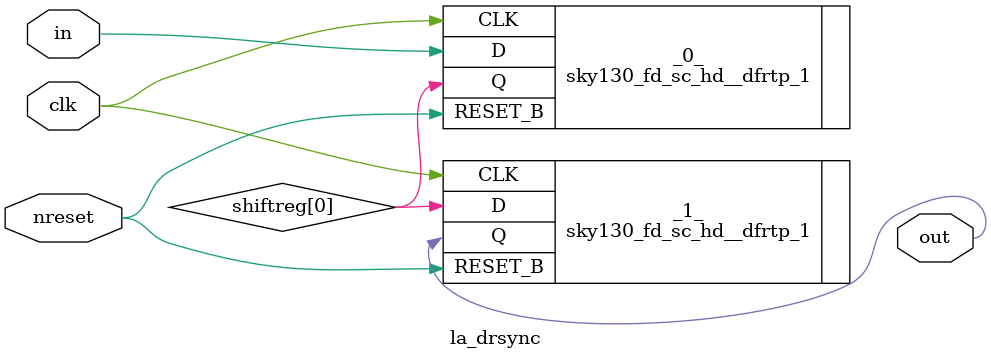
<source format=v>

/* Generated by Yosys 0.41 (git sha1 c1ad37779, g++ 11.4.0-1ubuntu1~22.04 -fPIC -Os) */

module la_drsync(clk, in, nreset, out);
  input clk;
  wire clk;
  input in;
  wire in;
  input nreset;
  wire nreset;
  output out;
  wire out;
  wire \shiftreg[0] ;
  sky130_fd_sc_hd__dfrtp_1 _0_ (
    .CLK(clk),
    .D(in),
    .Q(\shiftreg[0] ),
    .RESET_B(nreset)
  );
  sky130_fd_sc_hd__dfrtp_1 _1_ (
    .CLK(clk),
    .D(\shiftreg[0] ),
    .Q(out),
    .RESET_B(nreset)
  );
endmodule

</source>
